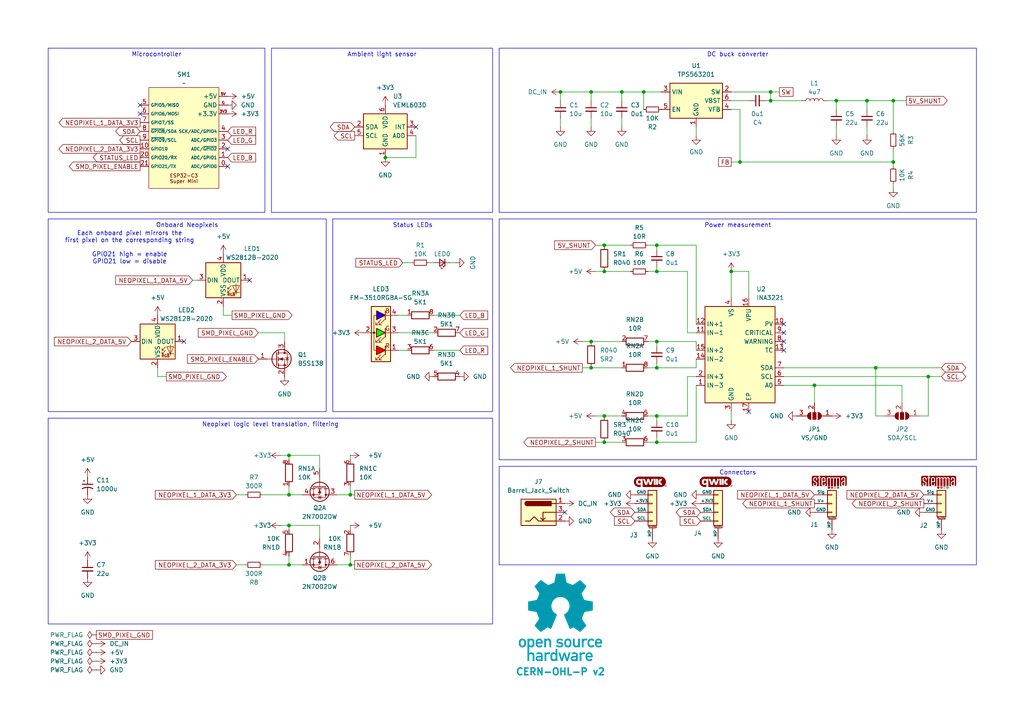
<source format=kicad_sch>
(kicad_sch (version 20231120) (generator "eeschema") (generator_version "8.0")
  (paper "A4")
  (junction (at 101.6 143.51))
  (junction (at 111.76 45.72))
  (junction (at 242.57 29.21))
  (junction (at 190.5 106.68))
  (junction (at 186.69 26.67))
  (junction (at 190.5 78.74))
  (junction (at 223.52 26.67))
  (junction (at 83.82 143.51))
  (junction (at 175.26 71.12))
  (junction (at 83.82 152.4))
  (junction (at 236.22 111.76))
  (junction (at 190.5 99.06))
  (junction (at 175.26 78.74))
  (junction (at 212.09 78.74))
  (junction (at 259.08 29.21))
  (junction (at 259.08 46.99))
  (junction (at 251.46 29.21))
  (junction (at 190.5 71.12))
  (junction (at 171.45 26.67))
  (junction (at 171.45 106.68))
  (junction (at 171.45 99.06))
  (junction (at 223.52 29.21))
  (junction (at 162.56 26.67))
  (junction (at 269.24 109.22))
  (junction (at 190.5 120.65))
  (junction (at 101.6 163.83))
  (junction (at 214.63 46.99))
  (junction (at 254 106.68))
  (junction (at 175.26 120.65))
  (junction (at 175.26 128.27))
  (junction (at 83.82 163.83))
  (junction (at 180.34 26.67))
  (junction (at 83.82 132.08))
  (junction (at 190.5 128.27))
  (no_connect (at 72.39 81.28))
  (no_connect (at 227.33 101.6))
  (no_connect (at 66.04 48.26))
  (no_connect (at 163.83 148.59))
  (no_connect (at 227.33 99.06))
  (no_connect (at 66.04 43.18))
  (no_connect (at 40.64 30.48))
  (no_connect (at 40.64 33.02))
  (no_connect (at 227.33 96.52))
  (no_connect (at 217.17 119.38))
  (no_connect (at 227.33 93.98))
  (no_connect (at 120.65 36.83))
  (no_connect (at 53.34 99.06))
  (wire (pts (xy 101.6 143.51) (xy 102.87 143.51)))
  (wire (pts (xy 190.5 71.12) (xy 190.5 72.39)))
  (wire (pts (xy 212.09 26.67) (xy 223.52 26.67)))
  (wire (pts (xy 212.09 78.74) (xy 212.09 86.36)))
  (wire (pts (xy 171.45 106.68) (xy 180.34 106.68)))
  (wire (pts (xy 201.93 106.68) (xy 201.93 104.14)))
  (wire (pts (xy 269.24 109.22) (xy 273.05 109.22)))
  (wire (pts (xy 81.28 132.08) (xy 83.82 132.08)))
  (wire (pts (xy 81.28 152.4) (xy 83.82 152.4)))
  (wire (pts (xy 214.63 46.99) (xy 259.08 46.99)))
  (wire (pts (xy 83.82 143.51) (xy 87.63 143.51)))
  (wire (pts (xy 175.26 71.12) (xy 182.88 71.12)))
  (wire (pts (xy 186.69 26.67) (xy 191.77 26.67)))
  (wire (pts (xy 251.46 29.21) (xy 259.08 29.21)))
  (wire (pts (xy 201.93 93.98) (xy 201.93 71.12)))
  (wire (pts (xy 212.09 46.99) (xy 214.63 46.99)))
  (wire (pts (xy 201.93 39.37) (xy 201.93 36.83)))
  (wire (pts (xy 83.82 133.35) (xy 83.82 132.08)))
  (wire (pts (xy 227.33 111.76) (xy 236.22 111.76)))
  (wire (pts (xy 254 106.68) (xy 273.05 106.68)))
  (wire (pts (xy 190.5 78.74) (xy 190.5 77.47)))
  (wire (pts (xy 214.63 46.99) (xy 214.63 31.75)))
  (wire (pts (xy 133.35 101.6) (xy 125.73 101.6)))
  (wire (pts (xy 190.5 99.06) (xy 190.5 100.33)))
  (wire (pts (xy 254 106.68) (xy 254 120.65)))
  (wire (pts (xy 187.96 99.06) (xy 190.5 99.06)))
  (wire (pts (xy 251.46 31.75) (xy 251.46 29.21)))
  (wire (pts (xy 256.54 120.65) (xy 254 120.65)))
  (wire (pts (xy 187.96 128.27) (xy 190.5 128.27)))
  (wire (pts (xy 242.57 29.21) (xy 251.46 29.21)))
  (wire (pts (xy 217.17 78.74) (xy 212.09 78.74)))
  (wire (pts (xy 187.96 106.68) (xy 190.5 106.68)))
  (wire (pts (xy 83.82 163.83) (xy 87.63 163.83)))
  (wire (pts (xy 236.22 111.76) (xy 261.62 111.76)))
  (wire (pts (xy 101.6 133.35) (xy 101.6 132.08)))
  (wire (pts (xy 76.2 143.51) (xy 83.82 143.51)))
  (wire (pts (xy 74.93 96.52) (xy 82.55 96.52)))
  (wire (pts (xy 201.93 71.12) (xy 190.5 71.12)))
  (wire (pts (xy 259.08 46.99) (xy 259.08 48.26)))
  (wire (pts (xy 133.35 91.44) (xy 125.73 91.44)))
  (wire (pts (xy 172.72 71.12) (xy 175.26 71.12)))
  (wire (pts (xy 55.88 81.28) (xy 57.15 81.28)))
  (wire (pts (xy 212.09 119.38) (xy 212.09 121.92)))
  (wire (pts (xy 269.24 120.65) (xy 269.24 109.22)))
  (wire (pts (xy 242.57 39.37) (xy 242.57 36.83)))
  (wire (pts (xy 97.79 143.51) (xy 101.6 143.51)))
  (wire (pts (xy 217.17 78.74) (xy 217.17 86.36)))
  (wire (pts (xy 68.58 163.83) (xy 71.12 163.83)))
  (wire (pts (xy 259.08 29.21) (xy 259.08 38.1)))
  (wire (pts (xy 171.45 29.21) (xy 171.45 26.67)))
  (wire (pts (xy 190.5 105.41) (xy 190.5 106.68)))
  (wire (pts (xy 240.03 29.21) (xy 242.57 29.21)))
  (wire (pts (xy 64.77 91.44) (xy 67.31 91.44)))
  (wire (pts (xy 82.55 96.52) (xy 82.55 99.06)))
  (wire (pts (xy 115.57 96.52) (xy 125.73 96.52)))
  (wire (pts (xy 190.5 128.27) (xy 201.93 128.27)))
  (wire (pts (xy 162.56 29.21) (xy 162.56 26.67)))
  (wire (pts (xy 223.52 26.67) (xy 226.06 26.67)))
  (wire (pts (xy 168.91 106.68) (xy 171.45 106.68)))
  (wire (pts (xy 132.08 76.2) (xy 130.81 76.2)))
  (wire (pts (xy 115.57 91.44) (xy 118.11 91.44)))
  (wire (pts (xy 172.72 128.27) (xy 175.26 128.27)))
  (wire (pts (xy 227.33 106.68) (xy 254 106.68)))
  (wire (pts (xy 171.45 36.83) (xy 171.45 34.29)))
  (wire (pts (xy 101.6 153.67) (xy 101.6 152.4)))
  (wire (pts (xy 172.72 120.65) (xy 175.26 120.65)))
  (wire (pts (xy 175.26 128.27) (xy 180.34 128.27)))
  (wire (pts (xy 259.08 54.61) (xy 259.08 53.34)))
  (wire (pts (xy 227.33 109.22) (xy 269.24 109.22)))
  (wire (pts (xy 261.62 116.84) (xy 261.62 111.76)))
  (wire (pts (xy 45.72 106.68) (xy 45.72 109.22)))
  (wire (pts (xy 101.6 143.51) (xy 101.6 140.97)))
  (wire (pts (xy 223.52 29.21) (xy 232.41 29.21)))
  (wire (pts (xy 175.26 120.65) (xy 180.34 120.65)))
  (wire (pts (xy 83.82 140.97) (xy 83.82 143.51)))
  (wire (pts (xy 83.82 152.4) (xy 92.71 152.4)))
  (wire (pts (xy 201.93 111.76) (xy 201.93 128.27)))
  (wire (pts (xy 199.39 109.22) (xy 199.39 120.65)))
  (wire (pts (xy 266.7 120.65) (xy 269.24 120.65)))
  (wire (pts (xy 45.72 109.22) (xy 48.26 109.22)))
  (wire (pts (xy 187.96 71.12) (xy 190.5 71.12)))
  (wire (pts (xy 190.5 99.06) (xy 201.93 99.06)))
  (wire (pts (xy 101.6 163.83) (xy 101.6 161.29)))
  (wire (pts (xy 187.96 120.65) (xy 190.5 120.65)))
  (wire (pts (xy 171.45 99.06) (xy 180.34 99.06)))
  (wire (pts (xy 92.71 135.89) (xy 92.71 132.08)))
  (wire (pts (xy 68.58 143.51) (xy 71.12 143.51)))
  (wire (pts (xy 259.08 43.18) (xy 259.08 46.99)))
  (wire (pts (xy 83.82 132.08) (xy 92.71 132.08)))
  (wire (pts (xy 212.09 29.21) (xy 217.17 29.21)))
  (wire (pts (xy 199.39 120.65) (xy 190.5 120.65)))
  (wire (pts (xy 201.93 99.06) (xy 201.93 101.6)))
  (wire (pts (xy 190.5 120.65) (xy 190.5 121.92)))
  (wire (pts (xy 180.34 36.83) (xy 180.34 34.29)))
  (wire (pts (xy 120.65 45.72) (xy 111.76 45.72)))
  (wire (pts (xy 236.22 111.76) (xy 236.22 116.84)))
  (wire (pts (xy 120.65 39.37) (xy 120.65 45.72)))
  (wire (pts (xy 186.69 26.67) (xy 186.69 31.75)))
  (wire (pts (xy 199.39 109.22) (xy 201.93 109.22)))
  (wire (pts (xy 201.93 96.52) (xy 199.39 96.52)))
  (wire (pts (xy 214.63 31.75) (xy 212.09 31.75)))
  (wire (pts (xy 101.6 163.83) (xy 102.87 163.83)))
  (wire (pts (xy 171.45 26.67) (xy 180.34 26.67)))
  (wire (pts (xy 190.5 78.74) (xy 199.39 78.74)))
  (wire (pts (xy 180.34 29.21) (xy 180.34 26.67)))
  (wire (pts (xy 115.57 101.6) (xy 118.11 101.6)))
  (wire (pts (xy 76.2 163.83) (xy 83.82 163.83)))
  (wire (pts (xy 180.34 26.67) (xy 186.69 26.67)))
  (wire (pts (xy 97.79 163.83) (xy 101.6 163.83)))
  (wire (pts (xy 242.57 29.21) (xy 242.57 31.75)))
  (wire (pts (xy 223.52 26.67) (xy 223.52 29.21)))
  (wire (pts (xy 119.38 76.2) (xy 116.84 76.2)))
  (wire (pts (xy 190.5 127) (xy 190.5 128.27)))
  (wire (pts (xy 175.26 78.74) (xy 182.88 78.74)))
  (wire (pts (xy 259.08 29.21) (xy 262.89 29.21)))
  (wire (pts (xy 172.72 78.74) (xy 175.26 78.74)))
  (wire (pts (xy 190.5 106.68) (xy 201.93 106.68)))
  (wire (pts (xy 222.25 29.21) (xy 223.52 29.21)))
  (wire (pts (xy 168.91 99.06) (xy 171.45 99.06)))
  (wire (pts (xy 92.71 156.21) (xy 92.71 152.4)))
  (wire (pts (xy 83.82 153.67) (xy 83.82 152.4)))
  (wire (pts (xy 83.82 161.29) (xy 83.82 163.83)))
  (wire (pts (xy 162.56 26.67) (xy 171.45 26.67)))
  (wire (pts (xy 162.56 36.83) (xy 162.56 34.29)))
  (wire (pts (xy 199.39 96.52) (xy 199.39 78.74)))
  (wire (pts (xy 251.46 39.37) (xy 251.46 36.83)))
  (wire (pts (xy 124.46 76.2) (xy 125.73 76.2)))
  (wire (pts (xy 64.77 88.9) (xy 64.77 91.44)))
  (wire (pts (xy 187.96 78.74) (xy 190.5 78.74)))
  (image (at 162.56 179.07) (scale 0.37481))
  (text_box "Onboard Neopixels" (at 13.97 63.5 0) (size 80.645 55.88) (effects (font (size 1.27 1.27)) (justify top)))
  (text_box "Neopixel logic level translation, filtering" (at 13.97 121.285 0) (size 128.905 59.69) (effects (font (size 1.27 1.27)) (justify top)))
  (text_box "Connectors" (at 144.78 135.255 0) (size 138.43 28.575) (effects (font (size 1.27 1.27)) (justify top)))
  (text_box "DC buck converter" (at 144.78 13.97 0) (size 138.43 47.625) (effects (font (size 1.27 1.27)) (justify top)))
  (text_box "Status LEDs" (at 96.52 63.5 0) (size 46.355 55.88) (effects (font (size 1.27 1.27)) (justify top)))
  (text_box "Microcontroller" (at 13.97 13.97 0) (size 62.865 47.625) (effects (font (size 1.27 1.27)) (justify top)))
  (text_box "Power measurement" (at 144.78 63.5 0) (size 138.43 69.85) (effects (font (size 1.27 1.27)) (justify top)))
  (text_box "Ambient light sensor" (at 78.74 13.97 0) (size 64.135 47.625) (effects (font (size 1.27 1.27)) (justify top)))
  (text "CERN-OHL-P v2" (at 162.56 195.072 0) (effects (font (size 2 2) (thickness 0.4) (bold yes))))
  (text "Each onboard pixel mirrors the\nfirst pixel on the corresponding string\n\nGPIO21 high = enable\nGPIO21 low = disable" (at 37.592 71.882 0) (effects (font (size 1.27 1.27) (thickness 0.1588))))
  (global_label "SMD_PIXEL_GND" (shape output) (at 67.31 91.44 0) (property "Intersheetrefs" "${INTERSHEET_REFS}" (effects (hide yes))))
  (global_label "SCL" (shape output) (at 40.64 40.64 180) (property "Intersheetrefs" "${INTERSHEET_REFS}" (effects (hide yes))))
  (global_label "SMD_PIXEL_ENABLE" (shape output) (at 40.64 48.26 180) (property "Intersheetrefs" "${INTERSHEET_REFS}" (effects (hide yes))))
  (global_label "NEOPIXEL_1_DATA_5V" (shape input) (at 236.22 143.51 180) (property "Intersheetrefs" "${INTERSHEET_REFS}" (effects (hide yes))))
  (global_label "NEOPIXEL_1_DATA_5V" (shape input) (at 55.88 81.28 180) (property "Intersheetrefs" "${INTERSHEET_REFS}" (effects (hide yes))))
  (global_label "NEOPIXEL_2_DATA_3V3" (shape output) (at 40.64 43.18 180) (property "Intersheetrefs" "${INTERSHEET_REFS}" (effects (hide yes))))
  (global_label "SDA" (shape bidirectional) (at 203.2 148.59 180) (property "Intersheetrefs" "${INTERSHEET_REFS}" (effects (hide yes))))
  (global_label "SDA" (shape bidirectional) (at 102.87 36.83 180) (property "Intersheetrefs" "${INTERSHEET_REFS}" (effects (hide yes))))
  (global_label "LED_R" (shape input) (at 66.04 38.1 0) (property "Intersheetrefs" "${INTERSHEET_REFS}" (effects (hide yes))))
  (global_label "NEOPIXEL_2_DATA_5V" (shape input) (at 267.97 143.51 180) (property "Intersheetrefs" "${INTERSHEET_REFS}" (effects (hide yes))))
  (global_label "SDA" (shape bidirectional) (at 273.05 106.68 0) (property "Intersheetrefs" "${INTERSHEET_REFS}" (effects (hide yes))))
  (global_label "NEOPIXEL_1_SHUNT" (shape output) (at 168.91 106.68 180) (property "Intersheetrefs" "${INTERSHEET_REFS}" (effects (hide yes))))
  (global_label "SDA" (shape bidirectional) (at 184.15 148.59 180) (property "Intersheetrefs" "${INTERSHEET_REFS}" (effects (hide yes))))
  (global_label "NEOPIXEL_1_DATA_3V3" (shape input) (at 68.58 143.51 180) (property "Intersheetrefs" "${INTERSHEET_REFS}" (effects (hide yes))))
  (global_label "STATUS_LED" (shape output) (at 40.64 45.72 180) (property "Intersheetrefs" "${INTERSHEET_REFS}" (effects (hide yes))))
  (global_label "SCL" (shape bidirectional) (at 273.05 109.22 0) (property "Intersheetrefs" "${INTERSHEET_REFS}" (effects (hide yes))))
  (global_label "SCL" (shape input) (at 203.2 151.13 180) (property "Intersheetrefs" "${INTERSHEET_REFS}" (effects (hide yes))))
  (global_label "NEOPIXEL_1_SHUNT" (shape output) (at 236.22 146.05 180) (property "Intersheetrefs" "${INTERSHEET_REFS}" (effects (hide yes))))
  (global_label "SW" (shape passive) (at 226.06 26.67 0) (property "Intersheetrefs" "${INTERSHEET_REFS}" (effects (hide yes))))
  (global_label "SMD_PIXEL_GND" (shape input) (at 74.93 96.52 180) (property "Intersheetrefs" "${INTERSHEET_REFS}" (effects (hide yes))))
  (global_label "NEOPIXEL_1_DATA_5V" (shape output) (at 102.87 143.51 0) (property "Intersheetrefs" "${INTERSHEET_REFS}" (effects (hide yes))))
  (global_label "LED_B" (shape input) (at 66.04 45.72 0) (property "Intersheetrefs" "${INTERSHEET_REFS}" (effects (hide yes))))
  (global_label "SDA" (shape bidirectional) (at 40.64 38.1 180) (property "Intersheetrefs" "${INTERSHEET_REFS}" (effects (hide yes))))
  (global_label "LED_B" (shape input) (at 133.35 91.44 0) (property "Intersheetrefs" "${INTERSHEET_REFS}" (effects (hide yes))))
  (global_label "NEOPIXEL_2_DATA_3V3" (shape input) (at 68.58 163.83 180) (property "Intersheetrefs" "${INTERSHEET_REFS}" (effects (hide yes))))
  (global_label "5V_SHUNT" (shape output) (at 262.89 29.21 0) (property "Intersheetrefs" "${INTERSHEET_REFS}" (effects (hide yes))))
  (global_label "NEOPIXEL_2_SHUNT" (shape output) (at 267.97 146.05 180) (property "Intersheetrefs" "${INTERSHEET_REFS}" (effects (hide yes))))
  (global_label "SCL" (shape input) (at 184.15 151.13 180) (property "Intersheetrefs" "${INTERSHEET_REFS}" (effects (hide yes))))
  (global_label "STATUS_LED" (shape input) (at 116.84 76.2 180) (property "Intersheetrefs" "${INTERSHEET_REFS}" (effects (hide yes))))
  (global_label "SMD_PIXEL_GND" (shape output) (at 48.26 109.22 0) (property "Intersheetrefs" "${INTERSHEET_REFS}" (effects (hide yes))))
  (global_label "NEOPIXEL_2_SHUNT" (shape output) (at 172.72 128.27 180) (property "Intersheetrefs" "${INTERSHEET_REFS}" (effects (hide yes))))
  (global_label "FB" (shape passive) (at 212.09 46.99 180) (property "Intersheetrefs" "${INTERSHEET_REFS}" (effects (hide yes))))
  (global_label "5V_SHUNT" (shape input) (at 172.72 71.12 180) (property "Intersheetrefs" "${INTERSHEET_REFS}" (effects (hide yes))))
  (global_label "SMD_PIXEL_GND" (shape passive) (at 27.94 184.15 0) (property "Intersheetrefs" "${INTERSHEET_REFS}" (effects (hide yes))))
  (global_label "LED_G" (shape input) (at 66.04 40.64 0) (property "Intersheetrefs" "${INTERSHEET_REFS}" (effects (hide yes))))
  (global_label "LED_G" (shape input) (at 133.35 96.52 0) (property "Intersheetrefs" "${INTERSHEET_REFS}" (effects (hide yes))))
  (global_label "NEOPIXEL_1_DATA_3V3" (shape output) (at 40.64 35.56 180) (property "Intersheetrefs" "${INTERSHEET_REFS}" (effects (hide yes))))
  (global_label "NEOPIXEL_2_DATA_5V" (shape input) (at 38.1 99.06 180) (property "Intersheetrefs" "${INTERSHEET_REFS}" (effects (hide yes))))
  (global_label "NEOPIXEL_2_DATA_5V" (shape output) (at 102.87 163.83 0) (property "Intersheetrefs" "${INTERSHEET_REFS}" (effects (hide yes))))
  (global_label "SMD_PIXEL_ENABLE" (shape input) (at 74.93 104.14 180) (property "Intersheetrefs" "${INTERSHEET_REFS}" (effects (hide yes))))
  (global_label "LED_R" (shape input) (at 133.35 101.6 0) (property "Intersheetrefs" "${INTERSHEET_REFS}" (effects (hide yes))))
  (global_label "SCL" (shape output) (at 102.87 39.37 180) (property "Intersheetrefs" "${INTERSHEET_REFS}" (effects (hide yes))))
  (symbol (lib_id "Device:C_Small") (at 190.5 102.87 0) (unit 1)
    (property "Reference" "C9" (at 193.04 101.6062 0) (effects (justify left)))
    (property "Value" "0u1" (at 193.04 104.1462 0) (effects (justify left)))
    (property "Footprint" "custom:C_0603_1608Metric_Pad1.08x0.95mm_HandSolder" (effects (hide yes)))
    (property "Description" "Unpolarized capacitor, small symbol" (effects (hide yes)))
    (property "LCSC Part" "C1525" (effects (hide yes)))
  )
  (symbol (lib_id "Jumper:SolderJumper_3_Open") (at 261.62 120.65 180) (unit 1) (exclude_from_sim yes) (in_bom no)
    (property "Reference" "JP2" (at 261.62 124.46 0))
    (property "Value" "SDA/SCL" (at 261.62 127 0))
    (property "Footprint" "custom:SolderJumper-3_P1.0mm_Open_RoundedPad_simple" (effects (hide yes)))
    (property "Description" "Solder Jumper, 3-pole, open" (effects (hide yes)))
  )
  (symbol (lib_id "Connector:Barrel_Jack_Switch") (at 156.21 148.59 0) (unit 1)
    (property "Reference" "J7" (at 156.21 139.7 0))
    (property "Value" "Barrel_Jack_Switch" (at 156.21 142.24 0))
    (property "Footprint" "custom:DC-IN_DC-050-2.0-BB_rev2" (effects (hide yes)))
    (property "Description" "DC Barrel Jack with an internal switch" (effects (hide yes)))
  )
  (symbol (lib_id "power:VCC") (at 212.09 78.74 0) (unit 1)
    (property "Reference" "#PWR036" (effects (hide yes)))
    (property "Value" "+3V3" (at 212.09 73.66 0))
    (property "Description" "Power symbol creates a global label with name \"VCC\"" (effects (hide yes)))
  )
  (symbol (lib_id "lcsc:VEML6030") (at 111.76 38.1 0) (unit 1)
    (property "Reference" "U3" (at 113.9541 27.94 0) (effects (justify left)))
    (property "Value" "VEML6030" (at 113.9541 30.48 0) (effects (justify left)))
    (property "Footprint" "lcsc:SENSORS-SMD_VEML6030" (effects (hide yes)))
    (property "Datasheet" "https://www.vishay.com/docs/84366/veml6030.pdf" (effects (hide yes)))
    (property "Description" "High Accuracy Ambient Light Sensor With I2C Interface" (effects (hide yes)))
  )
  (symbol (lib_id "Device:L") (at 236.22 29.21 90) (unit 1)
    (property "Reference" "L1" (at 236.22 24.13 90))
    (property "Value" "4u7" (at 236.22 26.67 90))
    (property "Footprint" "lcsc:IND-SMD_L2.5-W2.0_MHCHL2520" (effects (hide yes)))
    (property "Description" "Inductor" (effects (hide yes)))
    (property "LCSC Part" "C22471106" (effects (hide yes)))
  )
  (symbol (lib_id "power:GND") (at 273.05 153.67 0) (unit 1)
    (property "Reference" "#PWR019" (effects (hide yes)))
    (property "Value" "GND" (at 273.05 158.75 0))
    (property "Description" "Power symbol creates a global label with name \"GND\" , ground" (effects (hide yes)))
  )
  (symbol (lib_id "power:GND") (at 133.35 109.22 90) (unit 1)
    (property "Reference" "#PWR047" (effects (hide yes)))
    (property "Value" "GND" (at 137.16 109.2199 90) (effects (justify right)))
  )
  (symbol (lib_id "power:GND") (at 162.56 36.83 0) (unit 1)
    (property "Reference" "#PWR024" (effects (hide yes)))
    (property "Value" "GND" (at 162.56 41.91 0))
    (property "Description" "Power symbol creates a global label with name \"GND\" , ground" (effects (hide yes)))
  )
  (symbol (lib_id "power:VCC") (at 66.04 33.02 270) (unit 1)
    (property "Reference" "#PWR07" (effects (hide yes)))
    (property "Value" "+3V3" (at 69.85 33.0199 90) (effects (justify left)))
    (property "Description" "Power symbol creates a global label with name \"VCC\"" (effects (hide yes)))
  )
  (symbol (lib_id "connectors:Qwiic") (at 208.28 146.05 0) (unit 1)
    (property "Reference" "J4" (at 201.168 154.686 0) (effects (justify left)))
    (property "Value" "Qwiic" (effects (hide yes)))
    (property "Footprint" "connectors:Qwiic-SMD-horizontal-logo-bottom-pinout" (effects (hide yes)))
    (property "Datasheet" "https://www.sparkfun.com/qwiic" (effects (hide yes)))
    (property "Description" "Qwiic connector, JST SH 1.0mm 1x04" (effects (hide yes)))
  )
  (symbol (lib_id "Device:LED_Small") (at 128.27 76.2 180) (unit 1)
    (property "Reference" "LED0" (at 128.27 73.66 0))
    (property "Value" "LED_Small" (effects (hide yes)))
    (property "Footprint" "lcsc:LED-SMD_L1.7-W1.1-R-RD_BLUE" (effects (hide yes)))
    (property "Description" "Light emitting diode, small symbol" (effects (hide yes)))
  )
  (symbol (lib_id "power:GND") (at 163.83 151.13 90) (unit 1)
    (property "Reference" "#PWR030" (effects (hide yes)))
    (property "Value" "GND" (at 167.64 151.1299 90) (effects (justify right)))
    (property "Description" "Power symbol creates a global label with name \"GND\" , ground" (effects (hide yes)))
  )
  (symbol (lib_id "power:GND") (at 203.2 143.51 270) (unit 1)
    (property "Reference" "#PWR020" (effects (hide yes)))
    (property "Value" "GND" (at 199.39 143.5099 90) (effects (justify right)))
    (property "Description" "Power symbol creates a global label with name \"GND\" , ground" (effects (hide yes)))
  )
  (symbol (lib_id "Device:R_Small") (at 259.08 50.8 0) (mirror x) (unit 1)
    (property "Reference" "R4" (at 264.16 50.8 90))
    (property "Value" "10K" (at 261.62 50.8 90))
    (property "Footprint" "Resistor_SMD:R_0603_1608Metric_Pad0.98x0.95mm_HandSolder" (effects (hide yes)))
    (property "Description" "Resistor, small symbol" (effects (hide yes)))
  )
  (symbol (lib_id "power:VCC") (at 241.3 120.65 270) (unit 1)
    (property "Reference" "#PWR040" (effects (hide yes)))
    (property "Value" "+3V3" (at 245.11 120.65 90) (effects (justify left)))
    (property "Description" "Power symbol creates a global label with name \"VCC\"" (effects (hide yes)))
  )
  (symbol (lib_id "lcsc:FM-3510RGBA-SG") (at 110.49 96.52 180) (unit 1)
    (property "Reference" "LED3" (at 110.49 83.82 0))
    (property "Value" "FM-3510RGBA-SG" (at 110.49 86.36 0))
    (property "Footprint" "lcsc:LED-SMD_FM-3510RGBA-SG" (effects (hide yes)))
    (property "Datasheet" "https://www.lcsc.com/datasheet/lcsc_datasheet_2009051636_Foshan-NationStar-Optoelectronics-FM-3510RGBA-SG_C727903.pdf" (effects (hide yes)))
    (property "Description" "RGB LED, red/anode/green/blue" (effects (hide yes)))
  )
  (symbol (lib_id "power:VCC") (at 172.72 78.74 90) (unit 1)
    (property "Reference" "#PWR029" (effects (hide yes)))
    (property "Value" "+5V" (at 168.91 78.7399 90) (effects (justify left)))
    (property "Description" "Power symbol creates a global label with name \"VCC\"" (effects (hide yes)))
  )
  (symbol (lib_id "Device:R") (at 175.26 124.46 180) (unit 1)
    (property "Reference" "SR3" (at 177.8 123.1899 0) (effects (justify right)))
    (property "Value" "R040" (at 177.8 125.7299 0) (effects (justify right)))
    (property "Footprint" "Resistor_SMD:R_2512_6332Metric_Pad1.40x3.35mm_HandSolder" (effects (hide yes)))
    (property "Description" "Resistor" (effects (hide yes)))
    (property "LCSC Part" "C2985725" (effects (hide yes)))
  )
  (symbol (lib_id "power:GND") (at 171.45 36.83 0) (unit 1)
    (property "Reference" "#PWR025" (effects (hide yes)))
    (property "Value" "GND" (at 171.45 41.91 0))
    (property "Description" "Power symbol creates a global label with name \"GND\" , ground" (effects (hide yes)))
  )
  (symbol (lib_id "Device:C_Small") (at 162.56 31.75 0) (unit 1)
    (property "Reference" "C1" (at 165.1 30.4862 0) (effects (justify left)))
    (property "Value" "10u" (at 165.1 33.0262 0) (effects (justify left)))
    (property "Footprint" "custom:C_0603_1608Metric_Pad1.08x0.95mm_HandSolder" (effects (hide yes)))
    (property "Description" "Unpolarized capacitor, small symbol" (effects (hide yes)))
  )
  (symbol (lib_id "Device:R_Pack04_Split") (at 83.82 137.16 0) (unit 1)
    (property "Reference" "RN1" (at 86.36 135.8899 0) (effects (justify left)))
    (property "Value" "10K" (at 86.36 138.4299 0) (effects (justify left)))
    (property "Footprint" "Resistor_SMD:R_Array_Convex_4x0603" (effects (hide yes)))
    (property "Description" "4 resistor network, parallel topology, split" (effects (hide yes)))
  )
  (symbol (lib_id "Device:R_Small") (at 189.23 31.75 90) (mirror x) (unit 1)
    (property "Reference" "R2" (at 189.23 36.83 90))
    (property "Value" "10K" (at 189.23 34.29 90))
    (property "Footprint" "Resistor_SMD:R_0603_1608Metric_Pad0.98x0.95mm_HandSolder" (effects (hide yes)))
    (property "Description" "Resistor, small symbol" (effects (hide yes)))
  )
  (symbol (lib_id "power:PWR_FLAG") (at 27.94 184.15 90) (unit 1)
    (property "Reference" "#FLG05" (effects (hide yes)))
    (property "Value" "PWR_FLAG" (at 24.13 184.1499 90) (effects (justify left)))
    (property "Description" "Special symbol for telling ERC where power comes from" (effects (hide yes)))
  )
  (symbol (lib_id "Device:R_Pack04_Split") (at 83.82 157.48 0) (unit 4)
    (property "Reference" "RN1" (at 81.28 158.7501 0) (effects (justify right)))
    (property "Value" "10K" (at 81.28 156.2101 0) (effects (justify right)))
    (property "Footprint" "Resistor_SMD:R_Array_Convex_4x0603" (effects (hide yes)))
    (property "Description" "4 resistor network, parallel topology, split" (effects (hide yes)))
  )
  (symbol (lib_id "power:+3V3") (at 81.28 132.08 90) (unit 1)
    (property "Reference" "#PWR015" (effects (hide yes)))
    (property "Value" "+3V3" (at 78.74 132.0799 90) (effects (justify left)))
    (property "Description" "Power symbol creates a global label with name \"+3V3\"" (effects (hide yes)))
  )
  (symbol (lib_id "power:GND") (at 125.73 109.22 270) (unit 1)
    (property "Reference" "#PWR041" (effects (hide yes)))
    (property "Value" "GND" (at 121.92 109.2199 90) (effects (justify right)))
  )
  (symbol (lib_id "LED:WS2812B-2020") (at 64.77 81.28 0) (unit 1)
    (property "Reference" "LED1" (at 73.152 72.136 0))
    (property "Value" "WS2812B-2020" (at 73.152 74.676 0))
    (property "Footprint" "lcsc:LED-SMD_4P-L2.0-W2.0-BR-1" (effects (hide yes)))
    (property "Datasheet" "https://cdn-shop.adafruit.com/product-files/4684/4684_WS2812B-2020_V1.3_EN.pdf" (effects (hide yes)))
    (property "Description" "RGB LED with integrated controller, 2.0 x 2.0 mm, 12 mA" (effects (hide yes)))
  )
  (symbol (lib_id "Device:C_Small") (at 219.71 29.21 90) (mirror x) (unit 1)
    (property "Reference" "C4" (at 219.7163 35.56 90))
    (property "Value" "0u1" (at 219.7163 33.02 90))
    (property "Footprint" "custom:C_0603_1608Metric_Pad1.08x0.95mm_HandSolder" (effects (hide yes)))
    (property "Description" "Unpolarized capacitor, small symbol" (effects (hide yes)))
  )
  (symbol (lib_id "lcsc:2N7002DW") (at 92.71 161.29 270) (unit 2)
    (property "Reference" "Q2" (at 92.71 167.64 90))
    (property "Value" "2N7002DW" (at 92.71 170.18 90))
    (property "Footprint" "Package_TO_SOT_SMD:SOT-363_SC-70-6" (effects (hide yes)))
    (property "Datasheet" "https://www.onsemi.com/download/data-sheet/pdf/2n7002dw-d.pdf" (effects (hide yes)))
    (property "Description" "0.115A Id, 60V Vds, Dual N-Channel MOSFET, SOT-23-6" (effects (hide yes)))
    (property "LCSC Part" "C5190214" (effects (hide yes)))
    (property "JLCPCB_CORRECTION" "0; 0; 270" (effects (hide yes)))
  )
  (symbol (lib_id "power:GND") (at 25.4 143.51 0) (unit 1)
    (property "Reference" "#PWR045" (effects (hide yes)))
    (property "Value" "GND" (at 25.4 148.59 0))
  )
  (symbol (lib_id "Device:R_Small") (at 73.66 163.83 90) (mirror x) (unit 1)
    (property "Reference" "R8" (at 73.66 168.91 90))
    (property "Value" "300R" (at 73.66 166.37 90))
    (property "Footprint" "Resistor_SMD:R_0603_1608Metric_Pad0.98x0.95mm_HandSolder" (effects (hide yes)))
    (property "Description" "Resistor, small symbol" (effects (hide yes)))
  )
  (symbol (lib_id "Device:R_Pack04_Split") (at 184.15 99.06 270) (unit 2)
    (property "Reference" "RN2" (at 184.15 92.71 90))
    (property "Value" "10R" (at 184.15 95.25 90))
    (property "Footprint" "Resistor_SMD:R_Array_Convex_4x0603" (effects (hide yes)))
    (property "Description" "4 resistor network, parallel topology, split" (effects (hide yes)))
  )
  (symbol (lib_id "power:GND") (at 231.14 120.65 270) (unit 1)
    (property "Reference" "#PWR038" (effects (hide yes)))
    (property "Value" "GND" (at 227.33 120.6499 90) (effects (justify right)))
    (property "Description" "Power symbol creates a global label with name \"GND\" , ground" (effects (hide yes)))
  )
  (symbol (lib_id "power:GND") (at 111.76 45.72 0) (unit 1)
    (property "Reference" "#PWR028" (effects (hide yes)))
    (property "Value" "GND" (at 111.76 50.8 0))
    (property "Description" "Power symbol creates a global label with name \"GND\" , ground" (effects (hide yes)))
  )
  (symbol (lib_id "power:VCC") (at 27.94 191.77 270) (unit 1)
    (property "Reference" "#PWR01" (effects (hide yes)))
    (property "Value" "+3V3" (at 31.75 191.7699 90) (effects (justify left)))
    (property "Description" "Power symbol creates a global label with name \"VCC\"" (effects (hide yes)))
  )
  (symbol (lib_id "power:VCC") (at 168.91 99.06 90) (unit 1)
    (property "Reference" "#PWR023" (effects (hide yes)))
    (property "Value" "+5V" (at 165.1 99.0599 90) (effects (justify left)))
    (property "Description" "Power symbol creates a global label with name \"VCC\"" (effects (hide yes)))
  )
  (symbol (lib_id "Jumper:SolderJumper_3_Open") (at 236.22 120.65 180) (unit 1) (exclude_from_sim yes) (in_bom no)
    (property "Reference" "JP1" (at 236.22 124.46 0))
    (property "Value" "VS/GND" (at 236.22 127 0))
    (property "Footprint" "custom:SolderJumper-3_P1.0mm_Open_RoundedPad_simple" (effects (hide yes)))
    (property "Description" "Solder Jumper, 3-pole, open" (effects (hide yes)))
  )
  (symbol (lib_id "power:VCC") (at 25.4 138.43 0) (unit 1)
    (property "Reference" "#PWR044" (effects (hide yes)))
    (property "Value" "+5V" (at 25.4 133.35 0))
    (property "Description" "Power symbol creates a global label with name \"VCC\"" (effects (hide yes)))
  )
  (symbol (lib_id "power:+5V") (at 45.72 91.44 0) (unit 1)
    (property "Reference" "#PWR053" (effects (hide yes)))
    (property "Value" "+5V" (at 45.72 86.36 0))
    (property "Description" "Power symbol creates a global label with name \"+5V\"" (effects (hide yes)))
  )
  (symbol (lib_id "Device:R_Pack04_Split") (at 129.54 96.52 270) (unit 2)
    (property "Reference" "RN3" (at 129.54 91.44 90))
    (property "Value" "5K1" (at 129.54 93.98 90))
    (property "Footprint" "Resistor_SMD:R_Array_Convex_4x0603" (effects (hide yes)))
    (property "Description" "4 resistor network, parallel topology, split" (effects (hide yes)))
  )
  (symbol (lib_id "LED:WS2812B-2020") (at 45.72 99.06 0) (unit 1)
    (property "Reference" "LED2" (at 54.102 89.916 0))
    (property "Value" "WS2812B-2020" (at 54.102 92.456 0))
    (property "Footprint" "lcsc:LED-SMD_4P-L2.0-W2.0-BR-1" (effects (hide yes)))
    (property "Datasheet" "https://cdn-shop.adafruit.com/product-files/4684/4684_WS2812B-2020_V1.3_EN.pdf" (effects (hide yes)))
    (property "Description" "RGB LED with integrated controller, 2.0 x 2.0 mm, 12 mA" (effects (hide yes)))
  )
  (symbol (lib_id "Device:R_Pack04_Split") (at 129.54 109.22 90) (unit 4)
    (property "Reference" "RN3" (at 129.54 102.87 90))
    (property "Value" "5K1" (at 129.54 105.41 90))
    (property "Footprint" "Resistor_SMD:R_Array_Convex_4x0603" (effects (hide yes)))
    (property "Description" "4 resistor network, parallel topology, split" (effects (hide yes)))
  )
  (symbol (lib_id "Device:R") (at 171.45 102.87 0) (mirror x) (unit 1)
    (property "Reference" "SR2" (at 173.99 104.1401 0) (effects (justify left)))
    (property "Value" "R040" (at 173.99 101.6001 0) (effects (justify left)))
    (property "Footprint" "Resistor_SMD:R_2512_6332Metric_Pad1.40x3.35mm_HandSolder" (effects (hide yes)))
    (property "Description" "Resistor" (effects (hide yes)))
    (property "LCSC Part" "C2985725" (effects (hide yes)))
  )
  (symbol (lib_id "power:GND") (at 201.93 39.37 0) (unit 1)
    (property "Reference" "#PWR027" (effects (hide yes)))
    (property "Value" "GND" (at 201.93 44.1001 0))
    (property "Description" "Power symbol creates a global label with name \"GND\" , ground" (effects (hide yes)))
  )
  (symbol (lib_id "power:VCC") (at 27.94 189.23 270) (unit 1)
    (property "Reference" "#PWR06" (effects (hide yes)))
    (property "Value" "+5V" (at 31.75 189.2299 90) (effects (justify left)))
    (property "Description" "Power symbol creates a global label with name \"VCC\"" (effects (hide yes)))
  )
  (symbol (lib_id "Device:R_Small") (at 259.08 40.64 0) (mirror x) (unit 1)
    (property "Reference" "R3" (at 264.16 40.64 90))
    (property "Value" "56K" (at 261.62 40.64 90))
    (property "Footprint" "Resistor_SMD:R_0603_1608Metric_Pad0.98x0.95mm_HandSolder" (effects (hide yes)))
    (property "Description" "Resistor, small symbol" (effects (hide yes)))
  )
  (symbol (lib_id "Power_Management:INA3221") (at 214.63 104.14 0) (unit 1)
    (property "Reference" "U2" (at 219.3641 83.82 0) (effects (justify left)))
    (property "Value" "INA3221" (at 219.3641 86.36 0) (effects (justify left)))
    (property "Footprint" "custom:Texas_RGV0016A_VQFN-16-1EP_4x4mm_P0.65mm_EP2.1x2.1mm_ThermalVias" (effects (hide yes)))
    (property "Datasheet" "http://www.ti.com/lit/ds/symlink/ina3221.pdf" (effects (hide yes)))
    (property "Description" "Triple-Channel High-Side Shunt and Bus Voltage Monitor with I2C and SMBUS Compatible Interface, QFN-16" (effects (hide yes)))
    (property "LCSC Part" "C181255" (effects (hide yes)))
  )
  (symbol (lib_id "power:GND") (at 66.04 30.48 90) (unit 1)
    (property "Reference" "#PWR05" (effects (hide yes)))
    (property "Value" "GND" (at 69.85 30.4799 90) (effects (justify right)))
    (property "Description" "Power symbol creates a global label with name \"GND\" , ground" (effects (hide yes)))
  )
  (symbol (lib_id "power:GND") (at 259.08 54.61 0) (unit 1)
    (property "Reference" "#PWR033" (effects (hide yes)))
    (property "Value" "GND" (at 259.08 59.69 0))
    (property "Description" "Power symbol creates a global label with name \"GND\" , ground" (effects (hide yes)))
  )
  (symbol (lib_id "power:GND") (at 251.46 39.37 0) (unit 1)
    (property "Reference" "#PWR032" (effects (hide yes)))
    (property "Value" "GND" (at 251.46 44.45 0))
    (property "Description" "Power symbol creates a global label with name \"GND\" , ground" (effects (hide yes)))
  )
  (symbol (lib_id "power:GND") (at 27.94 194.31 90) (unit 1)
    (property "Reference" "#PWR02" (effects (hide yes)))
    (property "Value" "GND" (at 31.75 194.3099 90) (effects (justify right)))
    (property "Description" "Power symbol creates a global label with name \"GND\" , ground" (effects (hide yes)))
  )
  (symbol (lib_id "power:VCC") (at 162.56 26.67 90) (unit 1)
    (property "Reference" "#PWR034" (effects (hide yes)))
    (property "Value" "DC_IN" (at 158.75 26.6699 90) (effects (justify left)))
    (property "Description" "Power symbol creates a global label with name \"VCC\"" (effects (hide yes)))
  )
  (symbol (lib_id "Device:R_Pack04_Split") (at 121.92 101.6 270) (unit 3)
    (property "Reference" "RN3" (at 121.92 96.52 90))
    (property "Value" "5K1" (at 121.92 99.06 90))
    (property "Footprint" "Resistor_SMD:R_Array_Convex_4x0603" (effects (hide yes)))
    (property "Description" "4 resistor network, parallel topology, split" (effects (hide yes)))
  )
  (symbol (lib_id "power:GND") (at 25.4 167.64 0) (unit 1)
    (property "Reference" "#PWR049" (effects (hide yes)))
    (property "Value" "GND" (at 25.4 172.72 0))
  )
  (symbol (lib_id "power:VCC") (at 163.83 146.05 270) (unit 1)
    (property "Reference" "#PWR046" (effects (hide yes)))
    (property "Value" "DC_IN" (at 167.64 146.0499 90) (effects (justify left)))
    (property "Description" "Power symbol creates a global label with name \"VCC\"" (effects (hide yes)))
  )
  (symbol (lib_id "connectors:STEMMA-Signal") (at 241.3 146.05 0) (unit 1)
    (property "Reference" "J1" (at 234.95 152.146 0) (effects (justify left)))
    (property "Value" "STEMMA-Signal" (effects (hide yes)))
    (property "Footprint" "connectors:STEMMA-Signal-SMD-horizontal" (effects (hide yes)))
    (property "Datasheet" "https://learn.adafruit.com/introducing-adafruit-stemma-qt/technical-specs" (effects (hide yes)))
    (property "Description" "STEMMA signal connector, JST PH 2.0mm 1x03" (effects (hide yes)))
  )
  (symbol (lib_id "power:VCC") (at 27.94 186.69 270) (unit 1)
    (property "Reference" "#PWR043" (effects (hide yes)))
    (property "Value" "DC_IN" (at 31.75 186.6899 90) (effects (justify left)))
    (property "Description" "Power symbol creates a global label with name \"VCC\"" (effects (hide yes)))
  )
  (symbol (lib_id "power:VCC") (at 203.2 146.05 90) (unit 1)
    (property "Reference" "#PWR021" (effects (hide yes)))
    (property "Value" "+3V3" (at 199.39 146.0499 90) (effects (justify left)))
    (property "Description" "Power symbol creates a global label with name \"VCC\"" (effects (hide yes)))
  )
  (symbol (lib_id "Device:C_Small") (at 251.46 34.29 0) (unit 1)
    (property "Reference" "C6" (at 254 33.0262 0) (effects (justify left)))
    (property "Value" "22u" (at 254 35.5662 0) (effects (justify left)))
    (property "Footprint" "custom:C_0805_2012Metric_Pad1.18x1.45mm_HandSolder" (effects (hide yes)))
    (property "Description" "Unpolarized capacitor, small symbol" (effects (hide yes)))
  )
  (symbol (lib_id "power:VCC") (at 105.41 96.52 90) (unit 1)
    (property "Reference" "#PWR035" (effects (hide yes)))
    (property "Value" "+3V3" (at 101.6 96.5199 90) (effects (justify left)))
    (property "Description" "Power symbol creates a global label with name \"VCC\"" (effects (hide yes)))
  )
  (symbol (lib_id "power:+3V3") (at 81.28 152.4 90) (unit 1)
    (property "Reference" "#PWR013" (effects (hide yes)))
    (property "Value" "+3V3" (at 78.74 152.3999 90) (effects (justify left)))
    (property "Description" "Power symbol creates a global label with name \"+3V3\"" (effects (hide yes)))
  )
  (symbol (lib_id "Device:R_Small") (at 73.66 143.51 270) (mirror x) (unit 1)
    (property "Reference" "R7" (at 73.66 138.43 90))
    (property "Value" "300R" (at 73.66 140.97 90))
    (property "Footprint" "Resistor_SMD:R_0603_1608Metric_Pad0.98x0.95mm_HandSolder" (effects (hide yes)))
    (property "Description" "Resistor, small symbol" (effects (hide yes)))
  )
  (symbol (lib_id "power:VCC") (at 184.15 146.05 90) (unit 1)
    (property "Reference" "#PWR03" (effects (hide yes)))
    (property "Value" "+3V3" (at 180.34 146.0499 90) (effects (justify left)))
    (property "Description" "Power symbol creates a global label with name \"VCC\"" (effects (hide yes)))
  )
  (symbol (lib_id "Device:C_Polarized_Small_US") (at 25.4 140.97 0) (unit 1)
    (property "Reference" "C11" (at 27.94 139.2681 0) (effects (justify left)))
    (property "Value" "1000u" (at 27.94 141.8081 0) (effects (justify left)))
    (property "Footprint" "Capacitor_SMD:CP_Elec_8x10" (effects (hide yes)))
    (property "Description" "Polarized capacitor, small US symbol" (effects (hide yes)))
  )
  (symbol (lib_id "power:GND") (at 242.57 39.37 0) (unit 1)
    (property "Reference" "#PWR031" (effects (hide yes)))
    (property "Value" "GND" (at 242.57 44.45 0))
    (property "Description" "Power symbol creates a global label with name \"GND\" , ground" (effects (hide yes)))
  )
  (symbol (lib_id "Device:R_Pack04_Split") (at 184.15 128.27 270) (unit 3)
    (property "Reference" "RN2" (at 184.15 121.92 90))
    (property "Value" "10R" (at 184.15 124.46 90))
    (property "Footprint" "Resistor_SMD:R_Array_Convex_4x0603" (effects (hide yes)))
    (property "Description" "4 resistor network, parallel topology, split" (effects (hide yes)))
  )
  (symbol (lib_id "power:+5V") (at 101.6 132.08 270) (unit 1)
    (property "Reference" "#PWR016" (effects (hide yes)))
    (property "Value" "+5V" (at 106.68 132.0799 90) (effects (justify left)))
    (property "Description" "Power symbol creates a global label with name \"+5V\"" (effects (hide yes)))
  )
  (symbol (lib_id "Device:R_Pack04_Split") (at 184.15 106.68 270) (unit 1)
    (property "Reference" "RN2" (at 184.15 100.33 90))
    (property "Value" "10R" (at 184.15 102.87 90))
    (property "Footprint" "Resistor_SMD:R_Array_Convex_4x0603" (effects (hide yes)))
    (property "Description" "4 resistor network, parallel topology, split" (effects (hide yes)))
  )
  (symbol (lib_id "Transistor_FET:BSS138") (at 80.01 104.14 0) (unit 1)
    (property "Reference" "Q1" (at 86.36 102.8699 0) (effects (justify left)))
    (property "Value" "BSS138" (at 86.36 105.4099 0) (effects (justify left)))
    (property "Footprint" "custom:SOT-23_simple" (effects (hide yes)))
    (property "Datasheet" "https://www.onsemi.com/pub/Collateral/BSS138-D.PDF" (effects (hide yes)))
    (property "Description" "50V Vds, 0.22A Id, N-Channel MOSFET, SOT-23" (effects (hide yes)))
  )
  (symbol (lib_id "power:+5V") (at 101.6 152.4 270) (unit 1)
    (property "Reference" "#PWR014" (effects (hide yes)))
    (property "Value" "+5V" (at 106.68 152.3999 90) (effects (justify left)))
    (property "Description" "Power symbol creates a global label with name \"+5V\"" (effects (hide yes)))
  )
  (symbol (lib_id "power:PWR_FLAG") (at 27.94 191.77 90) (unit 1)
    (property "Reference" "#FLG01" (effects (hide yes)))
    (property "Value" "PWR_FLAG" (at 24.13 191.7699 90) (effects (justify left)))
    (property "Description" "Special symbol for telling ERC where power comes from" (effects (hide yes)))
  )
  (symbol (lib_id "power:GND") (at 212.09 121.92 0) (unit 1)
    (property "Reference" "#PWR037" (effects (hide yes)))
    (property "Value" "GND" (at 212.09 127 0))
    (property "Description" "Power symbol creates a global label with name \"GND\" , ground" (effects (hide yes)))
  )
  (symbol (lib_id "Device:R_Small") (at 121.92 76.2 270) (mirror x) (unit 1)
    (property "Reference" "R1" (at 121.92 71.12 90))
    (property "Value" "10K" (at 121.92 73.66 90))
    (property "Footprint" "Resistor_SMD:R_0603_1608Metric_Pad0.98x0.95mm_HandSolder" (effects (hide yes)))
    (property "Description" "Resistor, small symbol" (effects (hide yes)))
  )
  (symbol (lib_id "Device:R_Small") (at 185.42 78.74 90) (unit 1)
    (property "Reference" "R6" (at 185.42 73.66 90))
    (property "Value" "10R" (at 185.42 76.2 90))
    (property "Footprint" "custom:R_0603_1608Metric_Pad0.98x0.95mm_HandSolder_simple" (effects (hide yes)))
    (property "Description" "Resistor, small symbol" (effects (hide yes)))
    (property "LCSC Part" "C25077" (effects (hide yes)))
  )
  (symbol (lib_id "Device:R_Pack04_Split") (at 184.15 120.65 270) (unit 4)
    (property "Reference" "RN2" (at 184.15 114.3 90))
    (property "Value" "10R" (at 184.15 116.84 90))
    (property "Footprint" "Resistor_SMD:R_Array_Convex_4x0603" (effects (hide yes)))
    (property "Description" "4 resistor network, parallel topology, split" (effects (hide yes)))
  )
  (symbol (lib_id "connectors:STEMMA-Signal") (at 273.05 146.05 0) (unit 1)
    (property "Reference" "J2" (at 266.7 152.4 0) (effects (justify left)))
    (property "Value" "STEMMA-Signal" (effects (hide yes)))
    (property "Footprint" "connectors:STEMMA-Signal-SMD-horizontal" (effects (hide yes)))
    (property "Datasheet" "https://learn.adafruit.com/introducing-adafruit-stemma-qt/technical-specs" (effects (hide yes)))
    (property "Description" "STEMMA signal connector, JST PH 2.0mm 1x03" (effects (hide yes)))
  )
  (symbol (lib_id "Device:C_Small") (at 242.57 34.29 0) (unit 1)
    (property "Reference" "C5" (at 245.11 33.0262 0) (effects (justify left)))
    (property "Value" "22u" (at 245.11 35.5662 0) (effects (justify left)))
    (property "Footprint" "custom:C_0805_2012Metric_Pad1.18x1.45mm_HandSolder" (effects (hide yes)))
    (property "Description" "Unpolarized capacitor, small symbol" (effects (hide yes)))
  )
  (symbol (lib_id "power:GND") (at 189.23 156.21 0) (unit 1)
    (property "Reference" "#PWR08" (effects (hide yes)))
    (property "Value" "GND" (at 189.23 161.29 0))
    (property "Description" "Power symbol creates a global label with name \"GND\" , ground" (effects (hide yes)))
  )
  (symbol (lib_id "Device:C_Small") (at 190.5 124.46 0) (unit 1)
    (property "Reference" "C10" (at 193.04 123.1962 0) (effects (justify left)))
    (property "Value" "0u1" (at 193.04 125.7362 0) (effects (justify left)))
    (property "Footprint" "custom:C_0603_1608Metric_Pad1.08x0.95mm_HandSolder" (effects (hide yes)))
    (property "Description" "Unpolarized capacitor, small symbol" (effects (hide yes)))
    (property "LCSC Part" "C1525" (effects (hide yes)))
  )
  (symbol (lib_id "Device:C_Small") (at 25.4 165.1 0) (unit 1)
    (property "Reference" "C7" (at 27.94 163.8362 0) (effects (justify left)))
    (property "Value" "22u" (at 27.94 166.3762 0) (effects (justify left)))
    (property "Footprint" "custom:C_0603_1608Metric_Pad1.08x0.95mm_HandSolder" (effects (hide yes)))
    (property "Description" "Unpolarized capacitor, small symbol" (effects (hide yes)))
  )
  (symbol (lib_id "power:PWR_FLAG") (at 27.94 189.23 90) (unit 1)
    (property "Reference" "#FLG03" (effects (hide yes)))
    (property "Value" "PWR_FLAG" (at 24.13 189.2299 90) (effects (justify left)))
    (property "Description" "Special symbol for telling ERC where power comes from" (effects (hide yes)))
  )
  (symbol (lib_id "modules:ESP32-C3-Super-Mini") (at 53.34 39.37 0) (unit 1)
    (property "Reference" "SM1" (at 53.34 21.59 0))
    (property "Value" "~" (at 53.34 24.13 0))
    (property "Footprint" "modules:ESP32-C3-Super-Mini-Castellated-SMD-only" (effects (hide yes)))
  )
  (symbol (lib_id "power:GND") (at 208.28 156.21 0) (unit 1)
    (property "Reference" "#PWR022" (effects (hide yes)))
    (property "Value" "GND" (at 208.28 161.29 0))
    (property "Description" "Power symbol creates a global label with name \"GND\" , ground" (effects (hide yes)))
  )
  (symbol (lib_id "Device:R") (at 175.26 74.93 0) (unit 1)
    (property "Reference" "SR1" (at 177.8 73.6599 0) (effects (justify left)))
    (property "Value" "R040" (at 177.8 76.1999 0) (effects (justify left)))
    (property "Footprint" "Resistor_SMD:R_2512_6332Metric_Pad1.40x3.35mm_HandSolder" (effects (hide yes)))
    (property "Description" "Resistor" (effects (hide yes)))
    (property "LCSC Part" "C2985725" (effects (hide yes)))
  )
  (symbol (lib_id "power:VCC") (at 66.04 27.94 270) (unit 1)
    (property "Reference" "#PWR09" (effects (hide yes)))
    (property "Value" "+5V" (at 69.85 27.9399 90) (effects (justify left)))
    (property "Description" "Power symbol creates a global label with name \"VCC\"" (effects (hide yes)))
  )
  (symbol (lib_id "power:GND") (at 236.22 148.59 270) (unit 1)
    (property "Reference" "#PWR011" (effects (hide yes)))
    (property "Value" "GND" (at 232.41 148.5899 90) (effects (justify right)))
    (property "Description" "Power symbol creates a global label with name \"GND\" , ground" (effects (hide yes)))
  )
  (symbol (lib_id "power:PWR_FLAG") (at 27.94 194.31 90) (unit 1)
    (property "Reference" "#FLG02" (effects (hide yes)))
    (property "Value" "PWR_FLAG" (at 24.13 194.3099 90) (effects (justify left)))
    (property "Description" "Special symbol for telling ERC where power comes from" (effects (hide yes)))
  )
  (symbol (lib_id "Device:C_Small") (at 171.45 31.75 0) (unit 1)
    (property "Reference" "C2" (at 173.99 30.4862 0) (effects (justify left)))
    (property "Value" "10u" (at 173.99 33.0262 0) (effects (justify left)))
    (property "Footprint" "custom:C_0603_1608Metric_Pad1.08x0.95mm_HandSolder" (effects (hide yes)))
    (property "Description" "Unpolarized capacitor, small symbol" (effects (hide yes)))
  )
  (symbol (lib_id "power:PWR_FLAG") (at 27.94 186.69 90) (unit 1)
    (property "Reference" "#FLG04" (effects (hide yes)))
    (property "Value" "PWR_FLAG" (at 24.13 186.6899 90) (effects (justify left)))
    (property "Description" "Special symbol for telling ERC where power comes from" (effects (hide yes)))
  )
  (symbol (lib_id "Device:R_Small") (at 185.42 71.12 90) (unit 1)
    (property "Reference" "R5" (at 185.42 66.04 90))
    (property "Value" "10R" (at 185.42 68.58 90))
    (property "Footprint" "custom:R_0603_1608Metric_Pad0.98x0.95mm_HandSolder_simple" (effects (hide yes)))
    (property "Description" "Resistor, small symbol" (effects (hide yes)))
  )
  (symbol (lib_id "Device:C_Small") (at 180.34 31.75 0) (unit 1)
    (property "Reference" "C3" (at 182.88 30.4862 0) (effects (justify left)))
    (property "Value" "0u1" (at 182.88 33.0262 0) (effects (justify left)))
    (property "Footprint" "custom:C_0603_1608Metric_Pad1.08x0.95mm_HandSolder" (effects (hide yes)))
    (property "Description" "Unpolarized capacitor, small symbol" (effects (hide yes)))
  )
  (symbol (lib_id "lcsc:2N7002DW") (at 92.71 140.97 270) (unit 1)
    (property "Reference" "Q2" (at 92.71 147.32 90))
    (property "Value" "2N7002DW" (at 92.71 149.86 90))
    (property "Footprint" "Package_TO_SOT_SMD:SOT-363_SC-70-6" (effects (hide yes)))
    (property "Datasheet" "https://www.onsemi.com/download/data-sheet/pdf/2n7002dw-d.pdf" (effects (hide yes)))
    (property "Description" "0.115A Id, 60V Vds, Dual N-Channel MOSFET, SOT-23-6" (effects (hide yes)))
    (property "LCSC Part" "C5190214" (effects (hide yes)))
    (property "JLCPCB_CORRECTION" "0; 0; 270" (effects (hide yes)))
  )
  (symbol (lib_id "power:+5V") (at 64.77 73.66 0) (unit 1)
    (property "Reference" "#PWR051" (effects (hide yes)))
    (property "Value" "+5V" (at 64.77 68.58 0))
    (property "Description" "Power symbol creates a global label with name \"+5V\"" (effects (hide yes)))
  )
  (symbol (lib_id "power:GND") (at 132.08 76.2 90) (unit 1)
    (property "Reference" "#PWR039" (effects (hide yes)))
    (property "Value" "GND" (at 137.16 76.2 0))
    (property "Description" "Power symbol creates a global label with name \"GND\" , ground" (effects (hide yes)))
  )
  (symbol (lib_id "power:VCC") (at 111.76 30.48 0) (unit 1)
    (property "Reference" "#PWR042" (effects (hide yes)))
    (property "Value" "+3V3" (at 111.76 25.4 0))
    (property "Description" "Power symbol creates a global label with name \"VCC\"" (effects (hide yes)))
  )
  (symbol (lib_id "Regulator_Switching:TPS563200") (at 201.93 29.21 0) (unit 1)
    (property "Reference" "U1" (at 201.93 19.05 0))
    (property "Value" "TPS563201" (at 201.93 21.59 0))
    (property "Footprint" "custom:SOT-23-6_Handsoldering_simple" (effects (hide yes)))
    (property "Datasheet" "http://www.ti.com/lit/ds/symlink/tps563200.pdf" (effects (hide yes)))
    (property "Description" "3A Synchronous Step-Down Voltage Regulator, Adjustable Output Voltage, 4.5-17V Input Voltage, SOT-23-6" (effects (hide yes)))
  )
  (symbol (lib_id "Device:R_Pack04_Split") (at 101.6 137.16 0) (unit 3)
    (property "Reference" "RN1" (at 104.14 135.8899 0) (effects (justify left)))
    (property "Value" "10K" (at 104.14 138.4299 0) (effects (justify left)))
    (property "Footprint" "Resistor_SMD:R_Array_Convex_4x0603" (effects (hide yes)))
    (property "Description" "4 resistor network, parallel topology, split" (effects (hide yes)))
  )
  (symbol (lib_id "Device:R_Pack04_Split") (at 101.6 157.48 180) (unit 2)
    (property "Reference" "RN1" (at 99.06 158.7501 0) (effects (justify left)))
    (property "Value" "10K" (at 99.06 156.2101 0) (effects (justify left)))
    (property "Footprint" "Resistor_SMD:R_Array_Convex_4x0603" (effects (hide yes)))
    (property "Description" "4 resistor network, parallel topology, split" (effects (hide yes)))
  )
  (symbol (lib_id "connectors:Qwiic") (at 189.23 146.05 0) (unit 1)
    (property "Reference" "J3" (at 182.626 155.194 0) (effects (justify left)))
    (property "Value" "Qwiic" (effects (hide yes)))
    (property "Footprint" "connectors:Qwiic-SMD-horizontal-logo-bottom-pinout" (effects (hide yes)))
    (property "Datasheet" "https://www.sparkfun.com/qwiic" (effects (hide yes)))
    (property "Description" "Qwiic connector, JST SH 1.0mm 1x04" (effects (hide yes)))
  )
  (symbol (lib_id "Device:R_Pack04_Split") (at 121.92 91.44 270) (unit 1)
    (property "Reference" "RN3" (at 121.92 85.09 90))
    (property "Value" "5K1" (at 121.92 87.63 90))
    (property "Footprint" "Resistor_SMD:R_Array_Convex_4x0603" (effects (hide yes)))
    (property "Description" "4 resistor network, parallel topology, split" (effects (hide yes)))
  )
  (symbol (lib_id "Device:C_Small") (at 190.5 74.93 0) (unit 1)
    (property "Reference" "C8" (at 193.04 73.6662 0) (effects (justify left)))
    (property "Value" "0u1" (at 193.04 76.2062 0) (effects (justify left)))
    (property "Footprint" "custom:C_0603_1608Metric_Pad1.08x0.95mm_HandSolder" (effects (hide yes)))
    (property "Description" "Unpolarized capacitor, small symbol" (effects (hide yes)))
    (property "LCSC Part" "C1525" (effects (hide yes)))
  )
  (symbol (lib_id "power:GND") (at 267.97 148.59 270) (unit 1)
    (property "Reference" "#PWR018" (effects (hide yes)))
    (property "Value" "GND" (at 264.16 148.5899 90) (effects (justify right)))
    (property "Description" "Power symbol creates a global label with name \"GND\" , ground" (effects (hide yes)))
  )
  (symbol (lib_id "power:GND") (at 184.15 143.51 270) (unit 1)
    (property "Reference" "#PWR04" (effects (hide yes)))
    (property "Value" "GND" (at 180.34 143.5099 90) (effects (justify right)))
    (property "Description" "Power symbol creates a global label with name \"GND\" , ground" (effects (hide yes)))
  )
  (symbol (lib_id "power:GND") (at 180.34 36.83 0) (unit 1)
    (property "Reference" "#PWR026" (effects (hide yes)))
    (property "Value" "GND" (at 180.34 41.91 0))
    (property "Description" "Power symbol creates a global label with name \"GND\" , ground" (effects (hide yes)))
  )
  (symbol (lib_id "power:GND") (at 82.55 109.22 0) (unit 1)
    (property "Reference" "#PWR017" (effects (hide yes)))
    (property "Value" "GND" (at 82.55 114.3 0))
    (property "Description" "Power symbol creates a global label with name \"GND\" , ground" (effects (hide yes)))
  )
  (symbol (lib_id "power:VCC") (at 172.72 120.65 90) (unit 1)
    (property "Reference" "#PWR010" (effects (hide yes)))
    (property "Value" "+5V" (at 168.91 120.6499 90) (effects (justify left)))
    (property "Description" "Power symbol creates a global label with name \"VCC\"" (effects (hide yes)))
  )
  (symbol (lib_id "power:VCC") (at 25.4 162.56 0) (unit 1)
    (property "Reference" "#PWR048" (effects (hide yes)))
    (property "Value" "+3V3" (at 25.4 157.48 0))
    (property "Description" "Power symbol creates a global label with name \"VCC\"" (effects (hide yes)))
  )
  (symbol (lib_id "power:GND") (at 241.3 153.67 0) (unit 1)
    (property "Reference" "#PWR012" (effects (hide yes)))
    (property "Value" "GND" (at 241.3 158.75 0))
    (property "Description" "Power symbol creates a global label with name \"GND\" , ground" (effects (hide yes)))
  )
)
</source>
